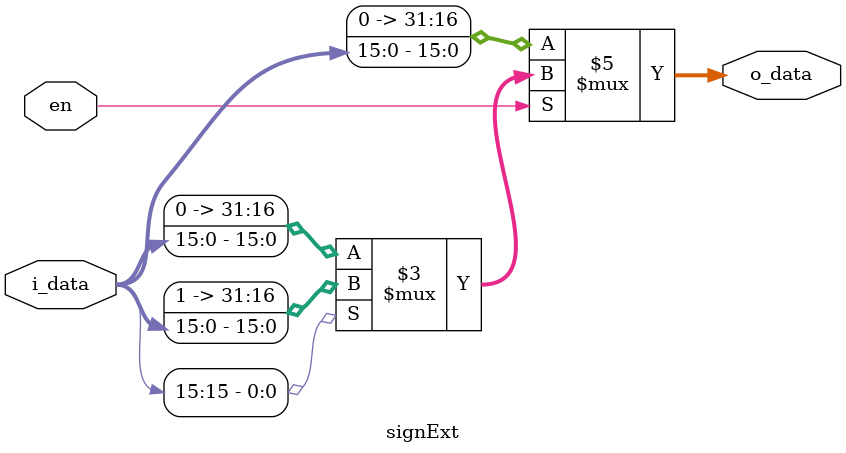
<source format=v>
module signExt(i_data, en, o_data);

input   [15:0]  i_data;
input	en;
output reg [31:0]  o_data;

always @(i_data,en) begin
	if (en) begin
		o_data <= (i_data[15] == 1)? {16'b1111_1111_1111_1111, i_data}: {16'b0, i_data};
	end else begin 
		o_data <= {16'b0, i_data};
	end
end

endmodule
</source>
